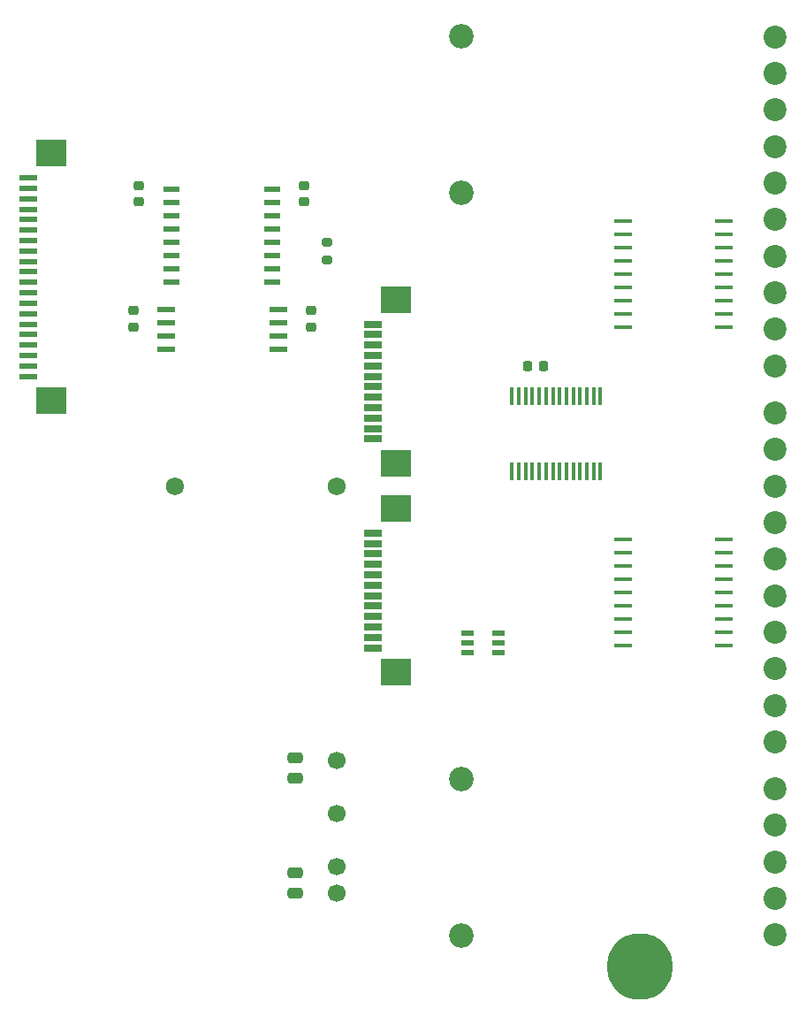
<source format=gbr>
%TF.GenerationSoftware,KiCad,Pcbnew,9.0.2*%
%TF.CreationDate,2025-06-28T16:09:41+03:00*%
%TF.ProjectId,PMCNV-DQ16src,504d434e-562d-4445-9131-367372632e6b,rev?*%
%TF.SameCoordinates,Original*%
%TF.FileFunction,Soldermask,Top*%
%TF.FilePolarity,Negative*%
%FSLAX46Y46*%
G04 Gerber Fmt 4.6, Leading zero omitted, Abs format (unit mm)*
G04 Created by KiCad (PCBNEW 9.0.2) date 2025-06-28 16:09:41*
%MOMM*%
%LPD*%
G01*
G04 APERTURE LIST*
G04 Aperture macros list*
%AMRoundRect*
0 Rectangle with rounded corners*
0 $1 Rounding radius*
0 $2 $3 $4 $5 $6 $7 $8 $9 X,Y pos of 4 corners*
0 Add a 4 corners polygon primitive as box body*
4,1,4,$2,$3,$4,$5,$6,$7,$8,$9,$2,$3,0*
0 Add four circle primitives for the rounded corners*
1,1,$1+$1,$2,$3*
1,1,$1+$1,$4,$5*
1,1,$1+$1,$6,$7*
1,1,$1+$1,$8,$9*
0 Add four rect primitives between the rounded corners*
20,1,$1+$1,$2,$3,$4,$5,0*
20,1,$1+$1,$4,$5,$6,$7,0*
20,1,$1+$1,$6,$7,$8,$9,0*
20,1,$1+$1,$8,$9,$2,$3,0*%
G04 Aperture macros list end*
%ADD10R,1.800000X0.600000*%
%ADD11R,3.000000X2.600000*%
%ADD12C,2.200000*%
%ADD13R,1.716000X0.450800*%
%ADD14C,2.350000*%
%ADD15RoundRect,0.225000X0.225000X0.250000X-0.225000X0.250000X-0.225000X-0.250000X0.225000X-0.250000X0*%
%ADD16R,1.181100X0.558800*%
%ADD17RoundRect,0.225000X-0.250000X0.225000X-0.250000X-0.225000X0.250000X-0.225000X0.250000X0.225000X0*%
%ADD18RoundRect,0.250000X0.475000X-0.250000X0.475000X0.250000X-0.475000X0.250000X-0.475000X-0.250000X0*%
%ADD19R,1.803400X0.635000*%
%ADD20R,2.997200X2.590800*%
%ADD21RoundRect,0.250000X-0.475000X0.250000X-0.475000X-0.250000X0.475000X-0.250000X0.475000X0.250000X0*%
%ADD22R,1.701800X0.558800*%
%ADD23C,1.700000*%
%ADD24R,0.431800X1.655601*%
%ADD25R,1.549400X0.482600*%
%ADD26RoundRect,0.200000X0.275000X-0.200000X0.275000X0.200000X-0.275000X0.200000X-0.275000X-0.200000X0*%
%ADD27O,6.350000X6.350000*%
%ADD28C,1.725000*%
G04 APERTURE END LIST*
D10*
%TO.C,JM1*%
X-36546000Y10500000D03*
X-36546000Y11500000D03*
X-36546000Y12500000D03*
X-36546000Y13500000D03*
X-36546000Y14500000D03*
X-36546000Y15500000D03*
X-36546000Y16500000D03*
X-36546000Y17500000D03*
X-36546000Y18500000D03*
X-36546000Y19500000D03*
X-36546000Y20500000D03*
X-36546000Y21500000D03*
X-36546000Y22500000D03*
X-36546000Y23500000D03*
X-36546000Y24500000D03*
X-36546000Y25500000D03*
X-36546000Y26500000D03*
X-36546000Y27500000D03*
X-36546000Y28500000D03*
X-36546000Y29500000D03*
D11*
X-34375000Y8150000D03*
X-34375000Y31850000D03*
%TD*%
D12*
%TO.C,J6*%
X35000000Y-43000000D03*
X35000000Y-39500000D03*
X35000000Y-36000000D03*
X35000000Y-32500000D03*
X35000000Y-29000000D03*
%TD*%
D13*
%TO.C,U6*%
X20389202Y25400000D03*
X20389202Y24130000D03*
X20389202Y22860000D03*
X20389202Y21590000D03*
X20389202Y20320000D03*
X20389202Y19050000D03*
X20389202Y17780000D03*
X20389202Y16510000D03*
X20389202Y15240000D03*
X30090798Y15240000D03*
X30090798Y16510000D03*
X30090798Y17780000D03*
X30090798Y19050000D03*
X30090798Y20320000D03*
X30090798Y21590000D03*
X30090798Y22860000D03*
X30090798Y24130000D03*
X30090798Y25400000D03*
%TD*%
D12*
%TO.C,J5*%
X35000000Y-24500000D03*
X35000000Y-21000000D03*
X35000000Y-17500000D03*
X35000000Y-14000000D03*
X35000000Y-10500000D03*
X35000000Y-7000000D03*
X35000000Y-3500000D03*
X35000000Y0D03*
X35000000Y3500000D03*
X35000000Y7000000D03*
%TD*%
%TO.C,J3*%
X35000000Y11500000D03*
X35000000Y15000000D03*
X35000000Y18500000D03*
X35000000Y22000000D03*
X35000000Y25500000D03*
X35000000Y29000000D03*
X35000000Y32500000D03*
X35000000Y36000000D03*
X35000000Y39500000D03*
X35000000Y43000000D03*
%TD*%
D14*
%TO.C,U8*%
X4920000Y28060000D03*
X4920000Y43060000D03*
%TD*%
D15*
%TO.C,C7*%
X12775000Y11500000D03*
X11225000Y11500000D03*
%TD*%
D16*
%TO.C,U10*%
X8466850Y-15950001D03*
X8466850Y-15000000D03*
X8466850Y-14049999D03*
X5533150Y-14049999D03*
X5533150Y-15000000D03*
X5533150Y-15950001D03*
%TD*%
D17*
%TO.C,C1*%
X-26000000Y28775000D03*
X-26000000Y27225000D03*
%TD*%
D18*
%TO.C,C3*%
X-11000000Y-38950000D03*
X-11000000Y-37050000D03*
%TD*%
D14*
%TO.C,U9*%
X4920000Y-28060000D03*
X4920000Y-43060000D03*
%TD*%
D19*
%TO.C,J4*%
X-3556000Y-15499992D03*
X-3556000Y-14499994D03*
X-3556000Y-13499996D03*
X-3556000Y-12499998D03*
X-3556000Y-11500000D03*
X-3556000Y-10500000D03*
X-3556000Y-9500000D03*
X-3556000Y-8500000D03*
X-3556000Y-7500002D03*
X-3556000Y-6500004D03*
X-3556000Y-5500006D03*
X-3556000Y-4500008D03*
D20*
X-1385999Y-17850003D03*
X-1385999Y-2149997D03*
%TD*%
D21*
%TO.C,C4*%
X-11000000Y-26050000D03*
X-11000000Y-27950000D03*
%TD*%
D13*
%TO.C,U7*%
X20389202Y-5080000D03*
X20389202Y-6350000D03*
X20389202Y-7620000D03*
X20389202Y-8890000D03*
X20389202Y-10160000D03*
X20389202Y-11430000D03*
X20389202Y-12700000D03*
X20389202Y-13970000D03*
X20389202Y-15240000D03*
X30090798Y-15240000D03*
X30090798Y-13970000D03*
X30090798Y-12700000D03*
X30090798Y-11430000D03*
X30090798Y-10160000D03*
X30090798Y-8890000D03*
X30090798Y-7620000D03*
X30090798Y-6350000D03*
X30090798Y-5080000D03*
%TD*%
D22*
%TO.C,U11*%
X-23384800Y16905000D03*
X-23384800Y15635000D03*
X-23384800Y14365000D03*
X-23384800Y13095000D03*
X-12615200Y13095000D03*
X-12615200Y14365000D03*
X-12615200Y15635000D03*
X-12615200Y16905000D03*
%TD*%
D23*
%TO.C,PS1*%
X-7000000Y-39000000D03*
X-7000000Y-36460000D03*
X-7000000Y-31380000D03*
X-7000000Y-26300000D03*
%TD*%
D24*
%TO.C,U3*%
X18225000Y8627801D03*
X17574999Y8627801D03*
X16925000Y8627801D03*
X16274999Y8627801D03*
X15625001Y8627801D03*
X14974999Y8627801D03*
X14325001Y8627801D03*
X13675002Y8627801D03*
X13025001Y8627801D03*
X12375002Y8627801D03*
X11725001Y8627801D03*
X11075002Y8627801D03*
X10425001Y8627801D03*
X9775002Y8627801D03*
X9775000Y1372199D03*
X10425001Y1372199D03*
X11075000Y1372199D03*
X11725001Y1372199D03*
X12374999Y1372199D03*
X13025001Y1372199D03*
X13674999Y1372199D03*
X14325001Y1372199D03*
X14974999Y1372199D03*
X15625001Y1372199D03*
X16274999Y1372199D03*
X16925000Y1372199D03*
X17574999Y1372199D03*
X18225000Y1372199D03*
%TD*%
D25*
%TO.C,U4*%
X-22826000Y28445000D03*
X-22826000Y27175000D03*
X-22826000Y25905000D03*
X-22826000Y24635000D03*
X-22826000Y23365000D03*
X-22826000Y22095000D03*
X-22826000Y20825000D03*
X-22826000Y19555000D03*
X-13174000Y19555000D03*
X-13174000Y20825000D03*
X-13174000Y22095000D03*
X-13174000Y23365000D03*
X-13174000Y24635000D03*
X-13174000Y25905000D03*
X-13174000Y27175000D03*
X-13174000Y28445000D03*
%TD*%
D19*
%TO.C,J2*%
X-3556000Y4500008D03*
X-3556000Y5500006D03*
X-3556000Y6500004D03*
X-3556000Y7500002D03*
X-3556000Y8500000D03*
X-3556000Y9500000D03*
X-3556000Y10500000D03*
X-3556000Y11500000D03*
X-3556000Y12499998D03*
X-3556000Y13499996D03*
X-3556000Y14499994D03*
X-3556000Y15499992D03*
D20*
X-1385999Y2149997D03*
X-1385999Y17850003D03*
%TD*%
D17*
%TO.C,C6*%
X-26500000Y16775000D03*
X-26500000Y15225000D03*
%TD*%
D26*
%TO.C,R1*%
X-8000000Y21675000D03*
X-8000000Y23325000D03*
%TD*%
D17*
%TO.C,C2*%
X-10145000Y28775000D03*
X-10145000Y27225000D03*
%TD*%
D27*
%TO.C,PE1*%
X22000000Y-46000000D03*
%TD*%
D28*
%TO.C,U2*%
X-22500000Y0D03*
%TD*%
%TO.C,U5*%
X-7000000Y0D03*
%TD*%
D17*
%TO.C,C5*%
X-9500000Y16775000D03*
X-9500000Y15225000D03*
%TD*%
M02*

</source>
